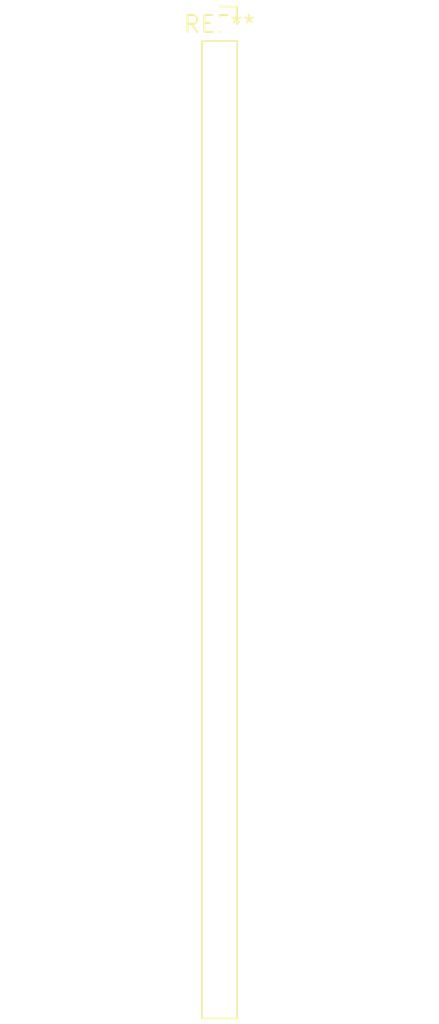
<source format=kicad_pcb>
(kicad_pcb (version 20240108) (generator pcbnew)
  (layers (0 "F.Cu" signal) (31 "B.Cu" signal) (34 "B.Paste" user) (35 "F.Paste" user) (36 "B.SilkS" user "B.Silkscreen") (37 "F.SilkS" user "F.Silkscreen") (38 "B.Mask" user) (39 "F.Mask" user) (44 "Edge.Cuts" user))
  (net 0 "")
  (footprint "PinSocket_1x30_P2.54mm_Vertical" (layer "F.Cu") (at 0 0)
    (property "Reference" "REF**")
    (property "Value" "PinSocket_1x30_P2.54mm_Vertical")
    (fp_line (start -1.33 1.27) (end -1.33 74.99) (layer "F.SilkS") (stroke (width 0.12)))
    (fp_line (start -1.33 1.27) (end 1.33 1.27) (layer "F.SilkS") (stroke (width 0.12)))
    (fp_line (start -1.33 74.99) (end 1.33 74.99) (layer "F.SilkS") (stroke (width 0.12)))
    (fp_line (start 0 -1.33) (end 1.33 -1.33) (layer "F.SilkS") (stroke (width 0.12)))
    (fp_line (start 1.33 -1.33) (end 1.33 0) (layer "F.SilkS") (stroke (width 0.12)))
    (fp_line (start 1.33 1.27) (end 1.33 74.99) (layer "F.SilkS") (stroke (width 0.12)))
    (pad "1" thru_hole rect (at 0 0) (size 1.7 1.7) (drill 1) (layers *.Cu *.Mask) (remove_unused_layers))
    (pad "2" thru_hole oval (at 0 2.54) (size 1.7 1.7) (drill 1) (layers *.Cu *.Mask) (remove_unused_layers))
    (pad "3" thru_hole oval (at 0 5.08) (size 1.7 1.7) (drill 1) (layers *.Cu *.Mask) (remove_unused_layers))
    (pad "4" thru_hole oval (at 0 7.62) (size 1.7 1.7) (drill 1) (layers *.Cu *.Mask) (remove_unused_layers))
    (pad "5" thru_hole oval (at 0 10.16) (size 1.7 1.7) (drill 1) (layers *.Cu *.Mask) (remove_unused_layers))
    (pad "6" thru_hole oval (at 0 12.7) (size 1.7 1.7) (drill 1) (layers *.Cu *.Mask) (remove_unused_layers))
    (pad "7" thru_hole oval (at 0 15.24) (size 1.7 1.7) (drill 1) (layers *.Cu *.Mask) (remove_unused_layers))
    (pad "8" thru_hole oval (at 0 17.78) (size 1.7 1.7) (drill 1) (layers *.Cu *.Mask) (remove_unused_layers))
    (pad "9" thru_hole oval (at 0 20.32) (size 1.7 1.7) (drill 1) (layers *.Cu *.Mask) (remove_unused_layers))
    (pad "10" thru_hole oval (at 0 22.86) (size 1.7 1.7) (drill 1) (layers *.Cu *.Mask) (remove_unused_layers))
    (pad "11" thru_hole oval (at 0 25.4) (size 1.7 1.7) (drill 1) (layers *.Cu *.Mask) (remove_unused_layers))
    (pad "12" thru_hole oval (at 0 27.94) (size 1.7 1.7) (drill 1) (layers *.Cu *.Mask) (remove_unused_layers))
    (pad "13" thru_hole oval (at 0 30.48) (size 1.7 1.7) (drill 1) (layers *.Cu *.Mask) (remove_unused_layers))
    (pad "14" thru_hole oval (at 0 33.02) (size 1.7 1.7) (drill 1) (layers *.Cu *.Mask) (remove_unused_layers))
    (pad "15" thru_hole oval (at 0 35.56) (size 1.7 1.7) (drill 1) (layers *.Cu *.Mask) (remove_unused_layers))
    (pad "16" thru_hole oval (at 0 38.1) (size 1.7 1.7) (drill 1) (layers *.Cu *.Mask) (remove_unused_layers))
    (pad "17" thru_hole oval (at 0 40.64) (size 1.7 1.7) (drill 1) (layers *.Cu *.Mask) (remove_unused_layers))
    (pad "18" thru_hole oval (at 0 43.18) (size 1.7 1.7) (drill 1) (layers *.Cu *.Mask) (remove_unused_layers))
    (pad "19" thru_hole oval (at 0 45.72) (size 1.7 1.7) (drill 1) (layers *.Cu *.Mask) (remove_unused_layers))
    (pad "20" thru_hole oval (at 0 48.26) (size 1.7 1.7) (drill 1) (layers *.Cu *.Mask) (remove_unused_layers))
    (pad "21" thru_hole oval (at 0 50.8) (size 1.7 1.7) (drill 1) (layers *.Cu *.Mask) (remove_unused_layers))
    (pad "22" thru_hole oval (at 0 53.34) (size 1.7 1.7) (drill 1) (layers *.Cu *.Mask) (remove_unused_layers))
    (pad "23" thru_hole oval (at 0 55.88) (size 1.7 1.7) (drill 1) (layers *.Cu *.Mask) (remove_unused_layers))
    (pad "24" thru_hole oval (at 0 58.42) (size 1.7 1.7) (drill 1) (layers *.Cu *.Mask) (remove_unused_layers))
    (pad "25" thru_hole oval (at 0 60.96) (size 1.7 1.7) (drill 1) (layers *.Cu *.Mask) (remove_unused_layers))
    (pad "26" thru_hole oval (at 0 63.5) (size 1.7 1.7) (drill 1) (layers *.Cu *.Mask) (remove_unused_layers))
    (pad "27" thru_hole oval (at 0 66.04) (size 1.7 1.7) (drill 1) (layers *.Cu *.Mask) (remove_unused_layers))
    (pad "28" thru_hole oval (at 0 68.58) (size 1.7 1.7) (drill 1) (layers *.Cu *.Mask) (remove_unused_layers))
    (pad "29" thru_hole oval (at 0 71.12) (size 1.7 1.7) (drill 1) (layers *.Cu *.Mask) (remove_unused_layers))
    (pad "30" thru_hole oval (at 0 73.66) (size 1.7 1.7) (drill 1) (layers *.Cu *.Mask) (remove_unused_layers))
  )
)
</source>
